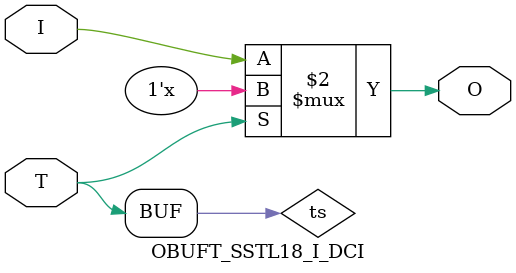
<source format=v>

/*

FUNCTION	: TRI-STATE OUTPUT BUFFER

*/

`celldefine
`timescale  100 ps / 10 ps

module OBUFT_SSTL18_I_DCI (O, I, T);

    output O;

    input  I, T;

    or O1 (ts, 1'b0, T);
    bufif0 T1 (O, I, ts);

endmodule

</source>
